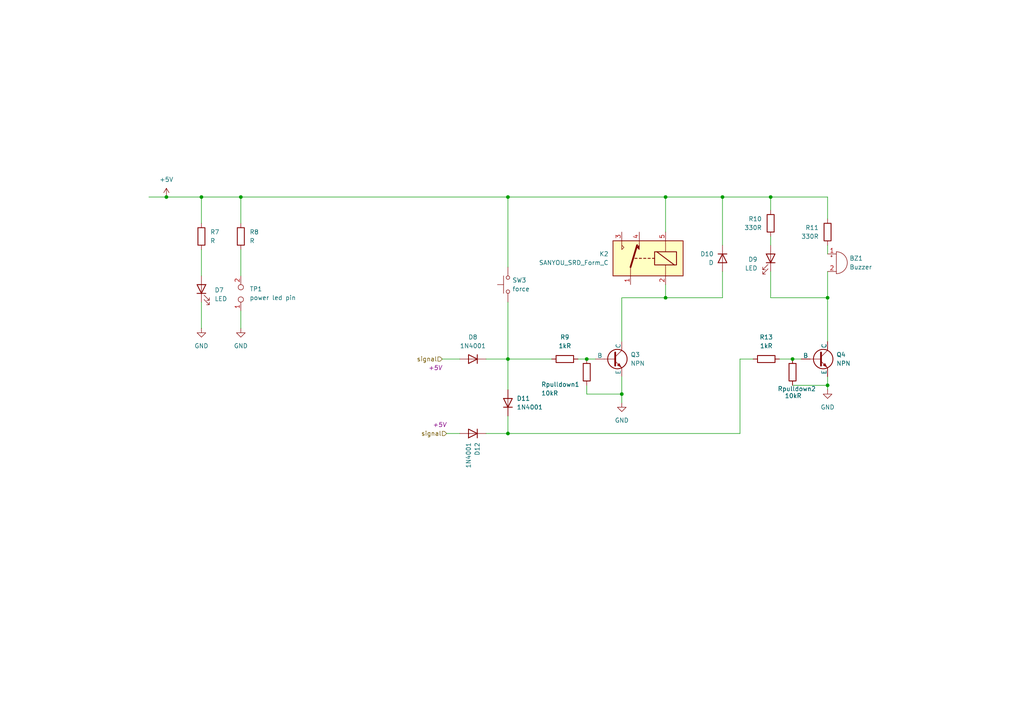
<source format=kicad_sch>
(kicad_sch (version 20250114) (generator "eeschema") (generator_version "9.0")
  (paper "A4")
  (title_block (title "Main") (date "2025-09-25") (rev "v0.0.3") (company "Dag-Electronics"))
  (lib_symbols
    (symbol "Connector:TestPoint_2Pole" (pin_names (offset 0.762) (hide yes))
      (property "Reference" "TP" (at 0 1.524 0))
      (property "Value" "TestPoint_2Pole" (at 0 -1.778 0))
      (symbol "TestPoint_2Pole_0_1"
        (circle (center -1.778 0) (radius 0.762))
        (circle (center 1.778 0) (radius 0.762))
        (pin passive line (at -5.08 0 0) (length 2.54) (name "1") (number "1"))
        (pin passive line (at 5.08 0 180) (length 2.54) (name "2") (number "2"))
      )
    )
    (symbol "Device:Buzzer" (pin_names (offset 0.0254) (hide yes))
      (property "Reference" "BZ" (at 3.81 1.27 0))
      (property "Value" "Buzzer" (at 3.81 -1.27 0))
      (symbol "Buzzer_0_1"
        (polyline (pts (xy -1.651 1.905) (xy -1.143 1.905)))
        (polyline (pts (xy -1.397 2.159) (xy -1.397 1.651)))
        (arc (start 0 3.175) (mid 3.1612 0) (end 0 -3.175))
        (polyline (pts (xy 0 3.175) (xy 0 -3.175)))
      )
      (symbol "Buzzer_1_1"
        (pin passive line (at -2.54 2.54 0) (length 2.54) (name "+") (number "1"))
        (pin passive line (at -2.54 -2.54 0) (length 2.54) (name "-") (number "2"))
      )
    )
    (symbol "Device:D" (pin_numbers (hide yes)) (pin_names (offset 1.016) (hide yes))
      (property "Reference" "D" (at 0 2.54 0))
      (property "Value" "D" (at 0 -2.54 0))
      (symbol "D_0_1"
        (polyline (pts (xy -1.27 1.27) (xy -1.27 -1.27)) (stroke (width 0.254)))
        (polyline (pts (xy 1.27 1.27) (xy 1.27 -1.27) (xy -1.27 0) (xy 1.27 1.27)) (stroke (width 0.254)))
        (polyline (pts (xy 1.27 0) (xy -1.27 0)))
      )
      (symbol "D_1_1"
        (pin passive line (at -3.81 0 0) (length 2.54) (name "K") (number "1"))
        (pin passive line (at 3.81 0 180) (length 2.54) (name "A") (number "2"))
      )
    )
    (symbol "Device:LED" (pin_numbers (hide yes)) (pin_names (offset 1.016) (hide yes))
      (property "Reference" "D" (at 0 2.54 0))
      (property "Value" "LED" (at 0 -2.54 0))
      (symbol "LED_0_1"
        (polyline (pts (xy -3.048 -0.762) (xy -4.572 -2.286) (xy -3.81 -2.286) (xy -4.572 -2.286) (xy -4.572 -1.524)))
        (polyline (pts (xy -1.778 -0.762) (xy -3.302 -2.286) (xy -2.54 -2.286) (xy -3.302 -2.286) (xy -3.302 -1.524)))
        (polyline (pts (xy -1.27 0) (xy 1.27 0)))
        (polyline (pts (xy -1.27 -1.27) (xy -1.27 1.27)) (stroke (width 0.254)))
        (polyline (pts (xy 1.27 -1.27) (xy 1.27 1.27) (xy -1.27 0) (xy 1.27 -1.27)) (stroke (width 0.254)))
      )
      (symbol "LED_1_1"
        (pin passive line (at -3.81 0 0) (length 2.54) (name "K") (number "1"))
        (pin passive line (at 3.81 0 180) (length 2.54) (name "A") (number "2"))
      )
    )
    (symbol "Device:R" (pin_numbers (hide yes)) (pin_names (offset 0))
      (property "Reference" "R" (at 2.032 0 90))
      (property "Value" "R" (at 0 0 90))
      (symbol "R_0_1"
        (rectangle (start -1.016 -2.54) (end 1.016 2.54) (stroke (width 0.254)))
      )
      (symbol "R_1_1"
        (pin passive line (at 0 3.81 270) (length 1.27) (name "~") (number "1"))
        (pin passive line (at 0 -3.81 90) (length 1.27) (name "~") (number "2"))
      )
    )
    (symbol "Diode:1N4001" (pin_numbers (hide yes)) (pin_names (hide yes))
      (property "Reference" "D" (at 0 2.54 0))
      (property "Value" "1N4001" (at 0 -2.54 0))
      (symbol "1N4001_0_1"
        (polyline (pts (xy -1.27 1.27) (xy -1.27 -1.27)) (stroke (width 0.254)))
        (polyline (pts (xy 1.27 1.27) (xy 1.27 -1.27) (xy -1.27 0) (xy 1.27 1.27)) (stroke (width 0.254)))
        (polyline (pts (xy 1.27 0) (xy -1.27 0)))
      )
      (symbol "1N4001_1_1"
        (pin passive line (at -3.81 0 0) (length 2.54) (name "K") (number "1"))
        (pin passive line (at 3.81 0 180) (length 2.54) (name "A") (number "2"))
      )
    )
    (symbol "Relay:SANYOU_SRD_Form_C"
      (property "Reference" "K" (at 11.43 3.81 0))
      (property "Value" "SANYOU_SRD_Form_C" (at 11.43 1.27 0))
      (symbol "SANYOU_SRD_Form_C_0_0"
        (polyline (pts (xy 7.62 5.08) (xy 7.62 2.54) (xy 6.985 3.175) (xy 7.62 3.81)))
      )
      (symbol "SANYOU_SRD_Form_C_0_1"
        (rectangle (start -10.16 5.08) (end 10.16 -5.08) (stroke (width 0.254)) (fill (type background)))
        (rectangle (start -8.255 1.905) (end -1.905 -1.905) (stroke (width 0.254)))
        (polyline (pts (xy -7.62 -1.905) (xy -2.54 1.905)) (stroke (width 0.254)))
        (polyline (pts (xy -5.08 5.08) (xy -5.08 1.905)))
        (polyline (pts (xy -5.08 -5.08) (xy -5.08 -1.905)))
        (polyline (pts (xy -1.905 0) (xy -1.27 0)) (stroke (width 0.254)))
        (polyline (pts (xy -0.635 0) (xy 0 0)) (stroke (width 0.254)))
        (polyline (pts (xy 0.635 0) (xy 1.27 0)) (stroke (width 0.254)))
        (polyline (pts (xy 1.905 0) (xy 2.54 0)) (stroke (width 0.254)))
        (polyline (pts (xy 3.175 0) (xy 3.81 0)) (stroke (width 0.254)))
        (polyline (pts (xy 5.08 -2.54) (xy 3.175 3.81)) (stroke (width 0.508)))
        (polyline (pts (xy 5.08 -2.54) (xy 5.08 -5.08)))
      )
      (symbol "SANYOU_SRD_Form_C_1_1"
        (polyline (pts (xy 2.54 3.81) (xy 3.175 3.175) (xy 2.54 2.54) (xy 2.54 5.08)) (fill (type outline)))
        (pin passive line (at -5.08 7.62 270) (length 2.54) (name "~") (number "5"))
        (pin passive line (at -5.08 -7.62 90) (length 2.54) (name "~") (number "2"))
        (pin passive line (at 2.54 7.62 270) (length 2.54) (name "~") (number "4"))
        (pin passive line (at 5.08 -7.62 90) (length 2.54) (name "~") (number "1"))
        (pin passive line (at 7.62 7.62 270) (length 2.54) (name "~") (number "3"))
      )
    )
    (symbol "Simulation_SPICE:NPN" (pin_numbers (hide yes)) (pin_names (offset 0))
      (property "Reference" "Q" (at -2.54 7.62 0))
      (property "Value" "NPN" (at -2.54 5.08 0))
      (symbol "NPN_0_1"
        (polyline (pts (xy -2.54 0) (xy 0.635 0)) (stroke (width 0.1524)))
        (polyline (pts (xy 0.635 1.905) (xy 0.635 -1.905) (xy 0.635 -1.905)) (stroke (width 0.508)))
        (polyline (pts (xy 0.635 0.635) (xy 2.54 2.54)))
        (polyline (pts (xy 0.635 -0.635) (xy 2.54 -2.54) (xy 2.54 -2.54)))
        (circle (center 1.27 0) (radius 2.8194) (stroke (width 0.254)))
        (polyline (pts (xy 1.27 -1.778) (xy 1.778 -1.27) (xy 2.286 -2.286) (xy 1.27 -1.778) (xy 1.27 -1.778)) (fill (type outline)))
        (polyline (pts (xy 2.794 -1.27) (xy 2.794 -1.27)) (stroke (width 0.1524)))
        (polyline (pts (xy 2.794 -1.27) (xy 2.794 -1.27)) (stroke (width 0.1524)))
      )
      (symbol "NPN_1_1"
        (pin input line (at -5.08 0 0) (length 2.54) (name "B") (number "2"))
        (pin open_collector line (at 2.54 5.08 270) (length 2.54) (name "C") (number "1"))
        (pin open_emitter line (at 2.54 -5.08 90) (length 2.54) (name "E") (number "3"))
      )
    )
    (symbol "Switch:SW_Push" (pin_numbers (hide yes)) (pin_names (offset 1.016) (hide yes))
      (property "Reference" "SW" (at 1.27 2.54 0))
      (property "Value" "SW_Push" (at 0 -1.524 0))
      (symbol "SW_Push_0_1"
        (circle (center -2.032 0) (radius 0.508))
        (polyline (pts (xy 0 1.27) (xy 0 3.048)))
        (circle (center 2.032 0) (radius 0.508))
        (polyline (pts (xy 2.54 1.27) (xy -2.54 1.27)))
        (pin passive line (at -5.08 0 0) (length 2.54) (name "1") (number "1"))
        (pin passive line (at 5.08 0 180) (length 2.54) (name "2") (number "2"))
      )
    )
    (symbol "power:+5V" (power) (pin_numbers (hide yes)) (pin_names (offset 0) (hide yes))
      (property "Value" "+5V" (at 0 3.556 0))
      (symbol "+5V_0_1"
        (polyline (pts (xy -0.762 1.27) (xy 0 2.54)))
        (polyline (pts (xy 0 2.54) (xy 0.762 1.27)))
        (polyline (pts (xy 0 0) (xy 0 2.54)))
      )
      (symbol "+5V_1_1"
        (pin power_in line (at 0 0 90) (length 0) (name "~") (number "1"))
      )
    )
    (symbol "power:GND" (power) (pin_numbers (hide yes)) (pin_names (offset 0) (hide yes))
      (property "Value" "GND" (at 0 -3.81 0))
      (symbol "GND_0_1"
        (polyline (pts (xy 0 0) (xy 0 -1.27) (xy 1.27 -1.27) (xy 0 -2.54) (xy -1.27 -1.27) (xy 0 -1.27)))
      )
      (symbol "GND_1_1"
        (pin power_in line (at 0 0 270) (length 0) (name "~") (number "1"))
      )
    )
  )
  (junction (at 180.34 114.3))
  (junction (at 58.42 57.15))
  (junction (at 193.04 57.15))
  (junction (at 147.32 125.73))
  (junction (at 69.85 57.15))
  (junction (at 170.18 104.14))
  (junction (at 223.52 57.15))
  (junction (at 147.32 57.15))
  (junction (at 229.87 104.14))
  (junction (at 193.04 86.36))
  (junction (at 240.03 111.76))
  (junction (at 240.03 86.36))
  (junction (at 209.55 57.15))
  (junction (at 48.26 57.15))
  (junction (at 147.32 104.14))
  (wire (pts (xy 147.32 104.14) (xy 147.32 113.03)))
  (wire (pts (xy 69.85 90.17) (xy 69.85 95.25)))
  (wire (pts (xy 223.52 86.36) (xy 240.03 86.36)))
  (wire (pts (xy 240.03 71.12) (xy 240.03 73.66)))
  (wire (pts (xy 180.34 109.22) (xy 180.34 114.3)))
  (wire (pts (xy 43.18 57.15) (xy 48.26 57.15)))
  (wire (pts (xy 147.32 57.15) (xy 147.32 77.47)))
  (wire (pts (xy 193.04 57.15) (xy 209.55 57.15)))
  (wire (pts (xy 240.03 78.74) (xy 240.03 86.36)))
  (wire (pts (xy 140.97 104.14) (xy 147.32 104.14)))
  (wire (pts (xy 69.85 57.15) (xy 147.32 57.15)))
  (wire (pts (xy 147.32 125.73) (xy 214.63 125.73)))
  (wire (pts (xy 223.52 68.58) (xy 223.52 71.12)))
  (wire (pts (xy 209.55 78.74) (xy 209.55 86.36)))
  (wire (pts (xy 226.06 104.14) (xy 229.87 104.14)))
  (wire (pts (xy 209.55 57.15) (xy 223.52 57.15)))
  (wire (pts (xy 170.18 114.3) (xy 180.34 114.3)))
  (wire (pts (xy 180.34 86.36) (xy 180.34 99.06)))
  (wire (pts (xy 214.63 104.14) (xy 218.44 104.14)))
  (wire (pts (xy 58.42 72.39) (xy 58.42 80.01)))
  (wire (pts (xy 223.52 57.15) (xy 223.52 60.96)))
  (wire (pts (xy 170.18 111.76) (xy 170.18 114.3)))
  (wire (pts (xy 229.87 104.14) (xy 232.41 104.14)))
  (wire (pts (xy 180.34 86.36) (xy 193.04 86.36)))
  (wire (pts (xy 193.04 57.15) (xy 193.04 67.31)))
  (wire (pts (xy 167.64 104.14) (xy 170.18 104.14)))
  (wire (pts (xy 140.97 125.73) (xy 147.32 125.73)))
  (wire (pts (xy 128.27 104.14) (xy 133.35 104.14)))
  (wire (pts (xy 133.35 125.73) (xy 129.54 125.73)))
  (wire (pts (xy 240.03 109.22) (xy 240.03 111.76)))
  (wire (pts (xy 223.52 78.74) (xy 223.52 86.36)))
  (wire (pts (xy 240.03 63.5) (xy 240.03 57.15)))
  (wire (pts (xy 58.42 57.15) (xy 58.42 64.77)))
  (wire (pts (xy 240.03 86.36) (xy 240.03 99.06)))
  (wire (pts (xy 180.34 114.3) (xy 180.34 116.84)))
  (wire (pts (xy 240.03 111.76) (xy 240.03 113.03)))
  (wire (pts (xy 69.85 72.39) (xy 69.85 80.01)))
  (wire (pts (xy 69.85 57.15) (xy 69.85 64.77)))
  (wire (pts (xy 209.55 71.12) (xy 209.55 57.15)))
  (wire (pts (xy 229.87 111.76) (xy 240.03 111.76)))
  (wire (pts (xy 58.42 87.63) (xy 58.42 95.25)))
  (wire (pts (xy 58.42 57.15) (xy 69.85 57.15)))
  (wire (pts (xy 170.18 104.14) (xy 172.72 104.14)))
  (wire (pts (xy 209.55 86.36) (xy 193.04 86.36)))
  (wire (pts (xy 223.52 57.15) (xy 240.03 57.15)))
  (wire (pts (xy 214.63 104.14) (xy 214.63 125.73)))
  (wire (pts (xy 147.32 104.14) (xy 160.02 104.14)))
  (wire (pts (xy 147.32 57.15) (xy 193.04 57.15)))
  (wire (pts (xy 147.32 120.65) (xy 147.32 125.73)))
  (wire (pts (xy 147.32 87.63) (xy 147.32 104.14)))
  (wire (pts (xy 48.26 57.15) (xy 58.42 57.15)))
  (wire (pts (xy 193.04 82.55) (xy 193.04 86.36)))
  (hierarchical_label "signal" (shape input) (at 129.54 125.73 180) (property "V" "+5V" (at 129.54 123.19 0) (effects (font (italic yes)) (justify right))))
  (hierarchical_label "signal" (shape input) (at 128.27 104.14 180) (property "V" "+5V" (at 128.27 106.68 0) (effects (font (italic yes)) (justify right))))
  (symbol (lib_id "Device:R") (at 58.42 68.58 0) (unit 1)
    (property "Reference" "R7" (at 60.96 67.3099 0) (effects (justify left)))
    (property "Value" "R" (at 60.96 69.8499 0) (effects (justify left)))
    (property "Description" "Resistor" (effects (hide yes)))
  )
  (symbol (lib_id "Device:R") (at 222.25 104.14 270) (unit 1)
    (property "Reference" "R13" (at 222.25 97.79 90))
    (property "Value" "1kR" (at 222.25 100.33 90))
    (property "Description" "Resistor" (effects (hide yes)))
  )
  (symbol (lib_id "Device:LED") (at 58.42 83.82 90) (unit 1)
    (property "Reference" "D7" (at 62.23 84.1374 90) (effects (justify right)))
    (property "Value" "LED" (at 62.23 86.6774 90) (effects (justify right)))
    (property "Description" "Light emitting diode" (effects (hide yes)))
    (property "Sim.Pins" "1=K 2=A" (effects (hide yes)))
  )
  (symbol (lib_id "Device:D") (at 209.55 74.93 90) (mirror x) (unit 1)
    (property "Reference" "D10" (at 207.01 73.6599 90) (effects (justify left)))
    (property "Value" "D" (at 207.01 76.1999 90) (effects (justify left)))
    (property "Description" "Diode" (effects (hide yes)))
    (property "Sim.Device" "D" (effects (hide yes)))
    (property "Sim.Pins" "1=K 2=A" (effects (hide yes)))
  )
  (symbol (lib_id "Device:R") (at 223.52 64.77 0) (mirror y) (unit 1)
    (property "Reference" "R10" (at 220.98 63.4999 0) (effects (justify left)))
    (property "Value" "330R" (at 220.98 66.0399 0) (effects (justify left)))
    (property "Description" "Resistor" (effects (hide yes)))
  )
  (symbol (lib_id "Device:R") (at 240.03 67.31 0) (mirror y) (unit 1)
    (property "Reference" "R11" (at 237.49 66.0399 0) (effects (justify left)))
    (property "Value" "330R" (at 237.49 68.5799 0) (effects (justify left)))
    (property "Description" "Resistor" (effects (hide yes)))
  )
  (symbol (lib_id "Simulation_SPICE:NPN") (at 237.49 104.14 0) (unit 1)
    (property "Reference" "Q4" (at 242.57 102.8699 0) (effects (justify left)))
    (property "Value" "NPN" (at 242.57 105.4099 0) (effects (justify left)))
    (property "Datasheet" "https://ngspice.sourceforge.io/docs/ngspice-html-manual/manual.xhtml#cha_BJTs" (effects (hide yes)))
    (property "Description" "Bipolar transistor symbol for simulation only, substrate tied to the emitter" (effects (hide yes)))
    (property "Sim.Device" "NPN" (effects (hide yes)))
    (property "Sim.Type" "GUMMELPOON" (effects (hide yes)))
    (property "Sim.Pins" "1=C 2=B 3=E" (effects (hide yes)))
  )
  (symbol (lib_id "Simulation_SPICE:NPN") (at 177.8 104.14 0) (unit 1)
    (property "Reference" "Q3" (at 182.88 102.8699 0) (effects (justify left)))
    (property "Value" "NPN" (at 182.88 105.4099 0) (effects (justify left)))
    (property "Datasheet" "https://ngspice.sourceforge.io/docs/ngspice-html-manual/manual.xhtml#cha_BJTs" (effects (hide yes)))
    (property "Description" "Bipolar transistor symbol for simulation only, substrate tied to the emitter" (effects (hide yes)))
    (property "Sim.Device" "NPN" (effects (hide yes)))
    (property "Sim.Type" "GUMMELPOON" (effects (hide yes)))
    (property "Sim.Pins" "1=C 2=B 3=E" (effects (hide yes)))
  )
  (symbol (lib_id "Device:LED") (at 223.52 74.93 270) (mirror x) (unit 1)
    (property "Reference" "D9" (at 219.71 75.2474 90) (effects (justify right)))
    (property "Value" "LED" (at 219.71 77.7874 90) (effects (justify right)))
    (property "Description" "Light emitting diode" (effects (hide yes)))
    (property "Sim.Pins" "1=K 2=A" (effects (hide yes)))
  )
  (symbol (lib_id "power:GND") (at 240.03 113.03 0) (unit 1)
    (property "Reference" "#PWR029" (effects (hide yes)))
    (property "Value" "GND" (at 240.03 118.11 0))
    (property "Description" "Power symbol creates a global label with name \"GND\" , ground" (effects (hide yes)))
  )
  (symbol (lib_id "Diode:1N4001") (at 137.16 125.73 180) (unit 1)
    (property "Reference" "D12" (at 138.4301 128.27 90) (effects (justify left)))
    (property "Value" "1N4001" (at 135.8901 128.27 90) (effects (justify left)))
    (property "Footprint" "Diode_THT:D_DO-41_SOD81_P10.16mm_Horizontal" (effects (hide yes)))
    (property "Datasheet" "http://www.vishay.com/docs/88503/1n4001.pdf" (effects (hide yes)))
    (property "Description" "50V 1A General Purpose Rectifier Diode, DO-41" (effects (hide yes)))
    (property "Sim.Device" "D" (effects (hide yes)))
    (property "Sim.Pins" "1=K 2=A" (effects (hide yes)))
  )
  (symbol (lib_id "Device:R") (at 170.18 107.95 180) (unit 1)
    (property "Reference" "Rpulldown1" (at 156.972 111.506 0) (effects (justify right)))
    (property "Value" "10kR" (at 156.972 114.046 0) (effects (justify right)))
    (property "Description" "Resistor" (effects (hide yes)))
  )
  (symbol (lib_id "Device:Buzzer") (at 242.57 76.2 0) (unit 1)
    (property "Reference" "BZ1" (at 246.38 74.9299 0) (effects (justify left)))
    (property "Value" "Buzzer" (at 246.38 77.4699 0) (effects (justify left)))
    (property "Description" "Buzzer, polarized" (effects (hide yes)))
  )
  (symbol (lib_id "Device:R") (at 69.85 68.58 0) (unit 1)
    (property "Reference" "R8" (at 72.39 67.3099 0) (effects (justify left)))
    (property "Value" "R" (at 72.39 69.8499 0) (effects (justify left)))
    (property "Description" "Resistor" (effects (hide yes)))
  )
  (symbol (lib_id "power:GND") (at 69.85 95.25 0) (unit 1)
    (property "Reference" "#PWR0101" (effects (hide yes)))
    (property "Value" "GND" (at 69.85 100.33 0))
    (property "Description" "Power symbol creates a global label with name \"GND\" , ground" (effects (hide yes)))
  )
  (symbol (lib_id "Diode:1N4001") (at 147.32 116.84 90) (unit 1)
    (property "Reference" "D11" (at 149.86 115.5699 90) (effects (justify right)))
    (property "Value" "1N4001" (at 149.86 118.1099 90) (effects (justify right)))
    (property "Footprint" "Diode_THT:D_DO-41_SOD81_P10.16mm_Horizontal" (effects (hide yes)))
    (property "Datasheet" "http://www.vishay.com/docs/88503/1n4001.pdf" (effects (hide yes)))
    (property "Description" "50V 1A General Purpose Rectifier Diode, DO-41" (effects (hide yes)))
    (property "Sim.Device" "D" (effects (hide yes)))
    (property "Sim.Pins" "1=K 2=A" (effects (hide yes)))
  )
  (symbol (lib_id "power:+5V") (at 48.26 57.15 0) (unit 1)
    (property "Reference" "#PWR025" (effects (hide yes)))
    (property "Value" "+5V" (at 48.26 52.07 0))
    (property "Description" "Power symbol creates a global label with name \"+5V\"" (effects (hide yes)))
  )
  (symbol (lib_id "Switch:SW_Push") (at 147.32 82.55 90) (unit 1)
    (property "Reference" "SW3" (at 148.59 81.2799 90) (effects (justify right)))
    (property "Value" "force" (at 148.59 83.8199 90) (effects (justify right)))
    (property "Description" "Push button switch, generic, two pins" (effects (hide yes)))
  )
  (symbol (lib_id "Diode:1N4001") (at 137.16 104.14 180) (unit 1)
    (property "Reference" "D8" (at 137.16 97.79 0))
    (property "Value" "1N4001" (at 137.16 100.33 0))
    (property "Footprint" "Diode_THT:D_DO-41_SOD81_P10.16mm_Horizontal" (effects (hide yes)))
    (property "Datasheet" "http://www.vishay.com/docs/88503/1n4001.pdf" (effects (hide yes)))
    (property "Description" "50V 1A General Purpose Rectifier Diode, DO-41" (effects (hide yes)))
    (property "Sim.Device" "D" (effects (hide yes)))
    (property "Sim.Pins" "1=K 2=A" (effects (hide yes)))
  )
  (symbol (lib_id "Connector:TestPoint_2Pole") (at 69.85 85.09 90) (unit 1)
    (property "Reference" "TP1" (at 72.39 83.8199 90) (effects (justify right)))
    (property "Value" "power led pin" (at 72.39 86.3599 90) (effects (justify right)))
    (property "Footprint" "Connector_PinSocket_2.54mm:PinSocket_1x02_P2.54mm_Vertical_SMD_Pin1Left" (effects (hide yes)))
    (property "Description" "2-polar test point" (effects (hide yes)))
  )
  (symbol (lib_id "power:GND") (at 58.42 95.25 0) (unit 1)
    (property "Reference" "#PWR026" (effects (hide yes)))
    (property "Value" "GND" (at 58.42 100.33 0))
    (property "Description" "Power symbol creates a global label with name \"GND\" , ground" (effects (hide yes)))
  )
  (symbol (lib_id "power:GND") (at 180.34 116.84 0) (unit 1)
    (property "Reference" "#PWR027" (effects (hide yes)))
    (property "Value" "GND" (at 180.34 121.92 0))
    (property "Description" "Power symbol creates a global label with name \"GND\" , ground" (effects (hide yes)))
  )
  (symbol (lib_id "Relay:SANYOU_SRD_Form_C") (at 187.96 74.93 0) (mirror y) (unit 1)
    (property "Reference" "K2" (at 176.53 73.6599 0) (effects (justify left)))
    (property "Value" "SANYOU_SRD_Form_C" (at 176.53 76.1999 0) (effects (justify left)))
    (property "Footprint" "Relay_THT:Relay_SPDT_SANYOU_SRD_Series_Form_C" (effects (hide yes)))
    (property "Datasheet" "http://www.sanyourelay.ca/public/products/pdf/SRD.pdf" (effects (hide yes)))
    (property "Description" "Sanyo SRD relay, Single Pole Miniature Power Relay," (effects (hide yes)))
  )
  (symbol (lib_id "Device:R") (at 229.87 107.95 180) (unit 1)
    (property "Reference" "Rpulldown2" (at 225.552 112.776 0) (effects (justify right)))
    (property "Value" "10kR" (at 227.584 114.808 0) (effects (justify right)))
    (property "Description" "Resistor" (effects (hide yes)))
  )
  (symbol (lib_id "Device:R") (at 163.83 104.14 90) (unit 1)
    (property "Reference" "R9" (at 163.83 97.79 90))
    (property "Value" "1kR" (at 163.83 100.33 90))
    (property "Description" "Resistor" (effects (hide yes)))
  )
)
</source>
